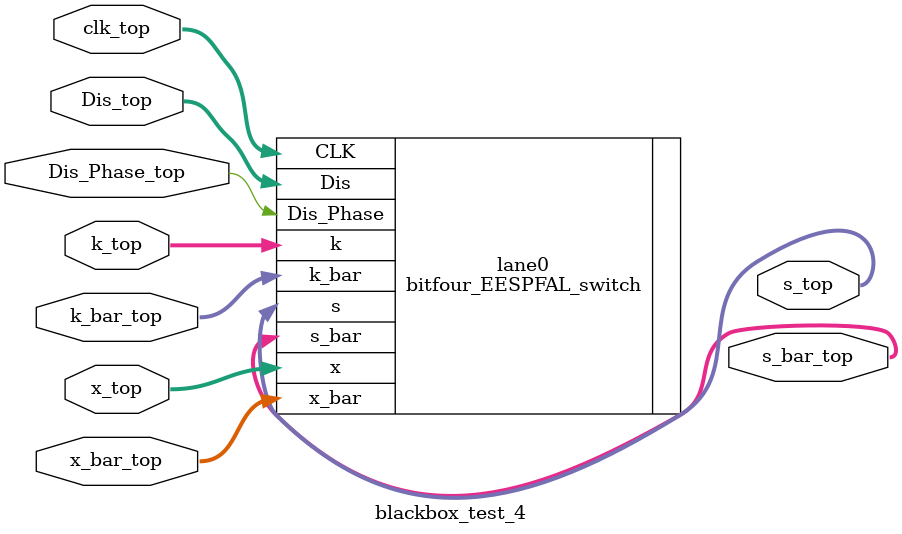
<source format=v>
module blackbox_test_4(
`ifdef USE_POWER_PINS	
	inout vdda1,
	inout GND_GPIO_top,
`endif
	input [BIT_SIZE-1:0] clk_top,
	input [BIT_SIZE-1:0] Dis_top,
	input [BIT_SIZE-1:0] x_top,
	input [BIT_SIZE-1:0] x_bar_top,
	input [BIT_SIZE-1:0] k_top,
	input [BIT_SIZE-1:0] k_bar_top,

	output [BIT_SIZE-1:0] s_top,
	output [BIT_SIZE-1:0] s_bar_top,
	input Dis_Phase_top
	//inout vdda1,
	//inout GND_GPIO_top
);

parameter BIT_SIZE = 4;

bitfour_EESPFAL_switch lane0 (
`ifdef USE_POWER_PINS	
	.vdda1(vdda1), 
	.GND_GPIO(GND_GPIO_top),
`endif
	.s(s_top[3:0]),
	.s_bar(s_bar_top[3:0]),
	.x(x_top[3:0]),
	.x_bar(x_bar_top[3:0]),
	.k(k_top[3:0]),
	.k_bar(k_bar_top[3:0]),
	.CLK(clk_top[3:0]),
	.Dis(Dis_top[3:0]),
	.Dis_Phase(Dis_Phase_top)
	//.vdda1(vdda1),
	//.GND_GPIO(GND_GPIO_top)
);	
endmodule

</source>
